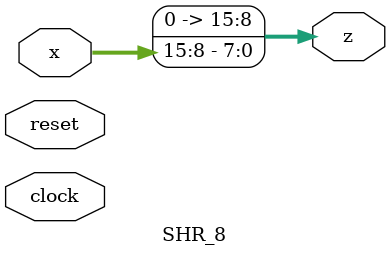
<source format=v>
module SHR_8(

    clock,
    reset,
    x,
    z);

input [15:0] x;
output [15:0] z;
input clock;
input reset;
wire [15:0] x;
wire [15:0] z;
assign z = x >> 8;
endmodule //SHR_8

</source>
